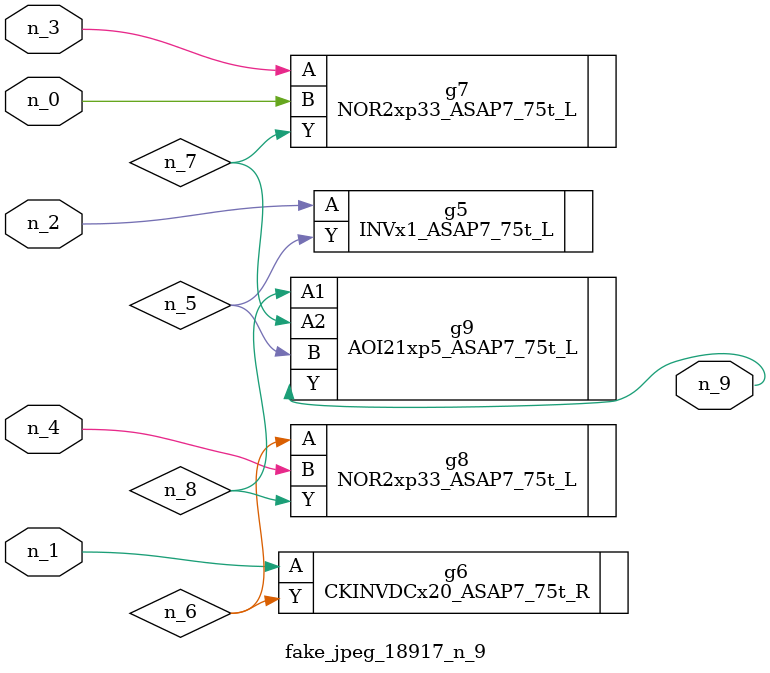
<source format=v>
module fake_jpeg_18917_n_9 (n_3, n_2, n_1, n_0, n_4, n_9);

input n_3;
input n_2;
input n_1;
input n_0;
input n_4;

output n_9;

wire n_8;
wire n_6;
wire n_5;
wire n_7;

INVx1_ASAP7_75t_L g5 ( 
.A(n_2),
.Y(n_5)
);

CKINVDCx20_ASAP7_75t_R g6 ( 
.A(n_1),
.Y(n_6)
);

NOR2xp33_ASAP7_75t_L g7 ( 
.A(n_3),
.B(n_0),
.Y(n_7)
);

NOR2xp33_ASAP7_75t_L g8 ( 
.A(n_6),
.B(n_4),
.Y(n_8)
);

AOI21xp5_ASAP7_75t_L g9 ( 
.A1(n_8),
.A2(n_7),
.B(n_5),
.Y(n_9)
);


endmodule
</source>
